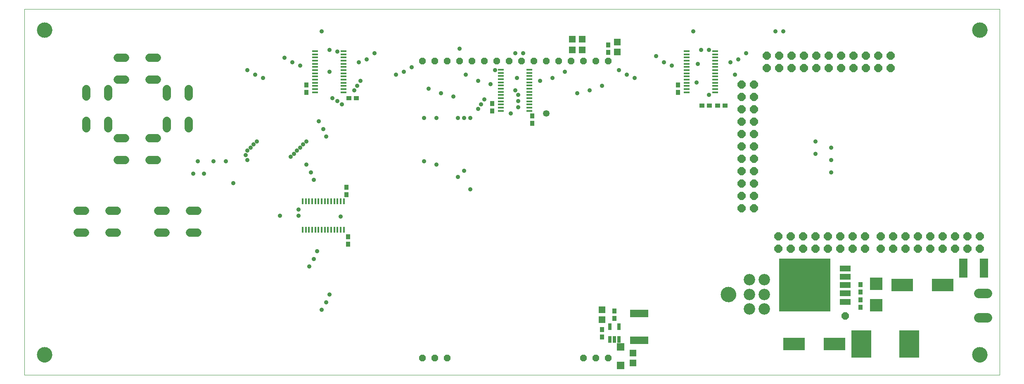
<source format=gbs>
G75*
G70*
%OFA0B0*%
%FSLAX24Y24*%
%IPPOS*%
%LPD*%
%AMOC8*
5,1,8,0,0,1.08239X$1,22.5*
%
%ADD10C,0.0000*%
%ADD11C,0.1241*%
%ADD12OC8,0.0651*%
%ADD13R,0.0277X0.0532*%
%ADD14OC8,0.0532*%
%ADD15R,0.0375X0.0414*%
%ADD16R,0.0572X0.0532*%
%ADD17R,0.0611X0.0611*%
%ADD18R,0.1462X0.0611*%
%ADD19C,0.0765*%
%ADD20R,0.0450X0.0180*%
%ADD21R,0.0414X0.0375*%
%ADD22R,0.0532X0.0572*%
%ADD23C,0.0920*%
%ADD24R,0.0180X0.0450*%
%ADD25C,0.0660*%
%ADD26R,0.4158X0.4312*%
%ADD27R,0.0910X0.0480*%
%ADD28R,0.1635X0.2186*%
%ADD29R,0.1005X0.1005*%
%ADD30R,0.1753X0.1044*%
%ADD31R,0.0651X0.1517*%
%ADD32C,0.0350*%
%ADD33C,0.0532*%
%ADD34OC8,0.0591*%
D10*
X000100Y000444D02*
X000100Y030003D01*
X078840Y030003D01*
X078840Y000444D01*
X000100Y000444D01*
X001134Y002069D02*
X001136Y002117D01*
X001142Y002165D01*
X001152Y002212D01*
X001165Y002258D01*
X001183Y002303D01*
X001203Y002347D01*
X001228Y002389D01*
X001256Y002428D01*
X001286Y002465D01*
X001320Y002499D01*
X001357Y002531D01*
X001395Y002560D01*
X001436Y002585D01*
X001479Y002607D01*
X001524Y002625D01*
X001570Y002639D01*
X001617Y002650D01*
X001665Y002657D01*
X001713Y002660D01*
X001761Y002659D01*
X001809Y002654D01*
X001857Y002645D01*
X001903Y002633D01*
X001948Y002616D01*
X001992Y002596D01*
X002034Y002573D01*
X002074Y002546D01*
X002112Y002516D01*
X002147Y002483D01*
X002179Y002447D01*
X002209Y002409D01*
X002235Y002368D01*
X002257Y002325D01*
X002277Y002281D01*
X002292Y002236D01*
X002304Y002189D01*
X002312Y002141D01*
X002316Y002093D01*
X002316Y002045D01*
X002312Y001997D01*
X002304Y001949D01*
X002292Y001902D01*
X002277Y001857D01*
X002257Y001813D01*
X002235Y001770D01*
X002209Y001729D01*
X002179Y001691D01*
X002147Y001655D01*
X002112Y001622D01*
X002074Y001592D01*
X002034Y001565D01*
X001992Y001542D01*
X001948Y001522D01*
X001903Y001505D01*
X001857Y001493D01*
X001809Y001484D01*
X001761Y001479D01*
X001713Y001478D01*
X001665Y001481D01*
X001617Y001488D01*
X001570Y001499D01*
X001524Y001513D01*
X001479Y001531D01*
X001436Y001553D01*
X001395Y001578D01*
X001357Y001607D01*
X001320Y001639D01*
X001286Y001673D01*
X001256Y001710D01*
X001228Y001749D01*
X001203Y001791D01*
X001183Y001835D01*
X001165Y001880D01*
X001152Y001926D01*
X001142Y001973D01*
X001136Y002021D01*
X001134Y002069D01*
X056351Y006944D02*
X056353Y006992D01*
X056359Y007040D01*
X056369Y007087D01*
X056382Y007133D01*
X056400Y007178D01*
X056420Y007222D01*
X056445Y007264D01*
X056473Y007303D01*
X056503Y007340D01*
X056537Y007374D01*
X056574Y007406D01*
X056612Y007435D01*
X056653Y007460D01*
X056696Y007482D01*
X056741Y007500D01*
X056787Y007514D01*
X056834Y007525D01*
X056882Y007532D01*
X056930Y007535D01*
X056978Y007534D01*
X057026Y007529D01*
X057074Y007520D01*
X057120Y007508D01*
X057165Y007491D01*
X057209Y007471D01*
X057251Y007448D01*
X057291Y007421D01*
X057329Y007391D01*
X057364Y007358D01*
X057396Y007322D01*
X057426Y007284D01*
X057452Y007243D01*
X057474Y007200D01*
X057494Y007156D01*
X057509Y007111D01*
X057521Y007064D01*
X057529Y007016D01*
X057533Y006968D01*
X057533Y006920D01*
X057529Y006872D01*
X057521Y006824D01*
X057509Y006777D01*
X057494Y006732D01*
X057474Y006688D01*
X057452Y006645D01*
X057426Y006604D01*
X057396Y006566D01*
X057364Y006530D01*
X057329Y006497D01*
X057291Y006467D01*
X057251Y006440D01*
X057209Y006417D01*
X057165Y006397D01*
X057120Y006380D01*
X057074Y006368D01*
X057026Y006359D01*
X056978Y006354D01*
X056930Y006353D01*
X056882Y006356D01*
X056834Y006363D01*
X056787Y006374D01*
X056741Y006388D01*
X056696Y006406D01*
X056653Y006428D01*
X056612Y006453D01*
X056574Y006482D01*
X056537Y006514D01*
X056503Y006548D01*
X056473Y006585D01*
X056445Y006624D01*
X056420Y006666D01*
X056400Y006710D01*
X056382Y006755D01*
X056369Y006801D01*
X056359Y006848D01*
X056353Y006896D01*
X056351Y006944D01*
X076634Y002069D02*
X076636Y002117D01*
X076642Y002165D01*
X076652Y002212D01*
X076665Y002258D01*
X076683Y002303D01*
X076703Y002347D01*
X076728Y002389D01*
X076756Y002428D01*
X076786Y002465D01*
X076820Y002499D01*
X076857Y002531D01*
X076895Y002560D01*
X076936Y002585D01*
X076979Y002607D01*
X077024Y002625D01*
X077070Y002639D01*
X077117Y002650D01*
X077165Y002657D01*
X077213Y002660D01*
X077261Y002659D01*
X077309Y002654D01*
X077357Y002645D01*
X077403Y002633D01*
X077448Y002616D01*
X077492Y002596D01*
X077534Y002573D01*
X077574Y002546D01*
X077612Y002516D01*
X077647Y002483D01*
X077679Y002447D01*
X077709Y002409D01*
X077735Y002368D01*
X077757Y002325D01*
X077777Y002281D01*
X077792Y002236D01*
X077804Y002189D01*
X077812Y002141D01*
X077816Y002093D01*
X077816Y002045D01*
X077812Y001997D01*
X077804Y001949D01*
X077792Y001902D01*
X077777Y001857D01*
X077757Y001813D01*
X077735Y001770D01*
X077709Y001729D01*
X077679Y001691D01*
X077647Y001655D01*
X077612Y001622D01*
X077574Y001592D01*
X077534Y001565D01*
X077492Y001542D01*
X077448Y001522D01*
X077403Y001505D01*
X077357Y001493D01*
X077309Y001484D01*
X077261Y001479D01*
X077213Y001478D01*
X077165Y001481D01*
X077117Y001488D01*
X077070Y001499D01*
X077024Y001513D01*
X076979Y001531D01*
X076936Y001553D01*
X076895Y001578D01*
X076857Y001607D01*
X076820Y001639D01*
X076786Y001673D01*
X076756Y001710D01*
X076728Y001749D01*
X076703Y001791D01*
X076683Y001835D01*
X076665Y001880D01*
X076652Y001926D01*
X076642Y001973D01*
X076636Y002021D01*
X076634Y002069D01*
X076634Y028319D02*
X076636Y028367D01*
X076642Y028415D01*
X076652Y028462D01*
X076665Y028508D01*
X076683Y028553D01*
X076703Y028597D01*
X076728Y028639D01*
X076756Y028678D01*
X076786Y028715D01*
X076820Y028749D01*
X076857Y028781D01*
X076895Y028810D01*
X076936Y028835D01*
X076979Y028857D01*
X077024Y028875D01*
X077070Y028889D01*
X077117Y028900D01*
X077165Y028907D01*
X077213Y028910D01*
X077261Y028909D01*
X077309Y028904D01*
X077357Y028895D01*
X077403Y028883D01*
X077448Y028866D01*
X077492Y028846D01*
X077534Y028823D01*
X077574Y028796D01*
X077612Y028766D01*
X077647Y028733D01*
X077679Y028697D01*
X077709Y028659D01*
X077735Y028618D01*
X077757Y028575D01*
X077777Y028531D01*
X077792Y028486D01*
X077804Y028439D01*
X077812Y028391D01*
X077816Y028343D01*
X077816Y028295D01*
X077812Y028247D01*
X077804Y028199D01*
X077792Y028152D01*
X077777Y028107D01*
X077757Y028063D01*
X077735Y028020D01*
X077709Y027979D01*
X077679Y027941D01*
X077647Y027905D01*
X077612Y027872D01*
X077574Y027842D01*
X077534Y027815D01*
X077492Y027792D01*
X077448Y027772D01*
X077403Y027755D01*
X077357Y027743D01*
X077309Y027734D01*
X077261Y027729D01*
X077213Y027728D01*
X077165Y027731D01*
X077117Y027738D01*
X077070Y027749D01*
X077024Y027763D01*
X076979Y027781D01*
X076936Y027803D01*
X076895Y027828D01*
X076857Y027857D01*
X076820Y027889D01*
X076786Y027923D01*
X076756Y027960D01*
X076728Y027999D01*
X076703Y028041D01*
X076683Y028085D01*
X076665Y028130D01*
X076652Y028176D01*
X076642Y028223D01*
X076636Y028271D01*
X076634Y028319D01*
X001134Y028319D02*
X001136Y028367D01*
X001142Y028415D01*
X001152Y028462D01*
X001165Y028508D01*
X001183Y028553D01*
X001203Y028597D01*
X001228Y028639D01*
X001256Y028678D01*
X001286Y028715D01*
X001320Y028749D01*
X001357Y028781D01*
X001395Y028810D01*
X001436Y028835D01*
X001479Y028857D01*
X001524Y028875D01*
X001570Y028889D01*
X001617Y028900D01*
X001665Y028907D01*
X001713Y028910D01*
X001761Y028909D01*
X001809Y028904D01*
X001857Y028895D01*
X001903Y028883D01*
X001948Y028866D01*
X001992Y028846D01*
X002034Y028823D01*
X002074Y028796D01*
X002112Y028766D01*
X002147Y028733D01*
X002179Y028697D01*
X002209Y028659D01*
X002235Y028618D01*
X002257Y028575D01*
X002277Y028531D01*
X002292Y028486D01*
X002304Y028439D01*
X002312Y028391D01*
X002316Y028343D01*
X002316Y028295D01*
X002312Y028247D01*
X002304Y028199D01*
X002292Y028152D01*
X002277Y028107D01*
X002257Y028063D01*
X002235Y028020D01*
X002209Y027979D01*
X002179Y027941D01*
X002147Y027905D01*
X002112Y027872D01*
X002074Y027842D01*
X002034Y027815D01*
X001992Y027792D01*
X001948Y027772D01*
X001903Y027755D01*
X001857Y027743D01*
X001809Y027734D01*
X001761Y027729D01*
X001713Y027728D01*
X001665Y027731D01*
X001617Y027738D01*
X001570Y027749D01*
X001524Y027763D01*
X001479Y027781D01*
X001436Y027803D01*
X001395Y027828D01*
X001357Y027857D01*
X001320Y027889D01*
X001286Y027923D01*
X001256Y027960D01*
X001228Y027999D01*
X001203Y028041D01*
X001183Y028085D01*
X001165Y028130D01*
X001152Y028176D01*
X001142Y028223D01*
X001136Y028271D01*
X001134Y028319D01*
D11*
X001725Y028319D03*
X056942Y006944D03*
X077225Y002069D03*
X077225Y028319D03*
X001725Y002069D03*
D12*
X057985Y013909D03*
X058985Y013909D03*
X058985Y014909D03*
X057985Y014909D03*
X057985Y015909D03*
X058985Y015909D03*
X058985Y016909D03*
X057985Y016909D03*
X057985Y017909D03*
X058985Y017909D03*
X058985Y018909D03*
X057985Y018909D03*
X057985Y019909D03*
X058985Y019909D03*
X058985Y020909D03*
X057985Y020909D03*
X057985Y021909D03*
X058985Y021909D03*
X058985Y022909D03*
X057985Y022909D03*
X057985Y023909D03*
X058985Y023909D03*
X060023Y025246D03*
X061023Y025246D03*
X062023Y025246D03*
X063023Y025246D03*
X064023Y025246D03*
X065023Y025246D03*
X066023Y025246D03*
X067023Y025246D03*
X068023Y025246D03*
X069023Y025246D03*
X070023Y025246D03*
X070023Y026246D03*
X069023Y026246D03*
X068023Y026246D03*
X067023Y026246D03*
X066023Y026246D03*
X065023Y026246D03*
X064023Y026246D03*
X063023Y026246D03*
X062023Y026246D03*
X061023Y026246D03*
X060023Y026246D03*
X060979Y011632D03*
X061979Y011632D03*
X062979Y011632D03*
X063979Y011632D03*
X064979Y011632D03*
X065979Y011632D03*
X066979Y011632D03*
X067979Y011632D03*
X069235Y011634D03*
X070235Y011634D03*
X071235Y011634D03*
X072235Y011634D03*
X073235Y011634D03*
X074235Y011634D03*
X075235Y011634D03*
X076235Y011634D03*
X077235Y011634D03*
X077235Y010634D03*
X076235Y010634D03*
X075235Y010634D03*
X074235Y010634D03*
X073235Y010634D03*
X072235Y010634D03*
X071235Y010634D03*
X070235Y010634D03*
X069235Y010634D03*
X067979Y010632D03*
X066979Y010632D03*
X065979Y010632D03*
X064979Y010632D03*
X063979Y010632D03*
X062979Y010632D03*
X061979Y010632D03*
X060979Y010632D03*
D13*
X048099Y004331D03*
X047351Y004331D03*
X047351Y003307D03*
X047725Y003307D03*
X048099Y003307D03*
D14*
X047225Y001819D03*
X046225Y001819D03*
X045225Y001819D03*
X034225Y001819D03*
X033225Y001819D03*
X032225Y001819D03*
X032225Y025819D03*
X033225Y025819D03*
X034225Y025819D03*
X035225Y025819D03*
X036225Y025819D03*
X037225Y025819D03*
X038225Y025819D03*
X039225Y025819D03*
X040225Y025819D03*
X041225Y025819D03*
X042225Y025819D03*
X043225Y025819D03*
X044225Y025819D03*
X045225Y025819D03*
X046225Y025819D03*
X047225Y025819D03*
D15*
X047225Y026519D03*
X047225Y027119D03*
X052850Y023869D03*
X052850Y023269D03*
X041100Y021369D03*
X041100Y020769D03*
X037850Y021769D03*
X037850Y022369D03*
X022850Y023269D03*
X022850Y023869D03*
X026100Y015619D03*
X026100Y015019D03*
X026225Y011619D03*
X026225Y011019D03*
X046725Y004119D03*
X046725Y003519D03*
X047725Y005019D03*
X047725Y005619D03*
X067600Y005894D03*
X067600Y006494D03*
X067600Y007144D03*
X067600Y007744D03*
D16*
X049225Y002219D03*
X049225Y001419D03*
X046725Y004919D03*
X046725Y005719D03*
X047975Y026544D03*
X047975Y027344D03*
D17*
X048225Y002692D03*
X048225Y001196D03*
D18*
X049725Y003244D03*
X049725Y005394D03*
D19*
X077123Y005085D02*
X077828Y005085D01*
X077828Y007053D02*
X077123Y007053D01*
D20*
X040874Y021780D03*
X040874Y022036D03*
X040874Y022292D03*
X040874Y022548D03*
X040874Y022804D03*
X040874Y023060D03*
X040874Y023316D03*
X040874Y023572D03*
X040874Y023828D03*
X040874Y024084D03*
X040874Y024340D03*
X040874Y024595D03*
X040874Y024851D03*
X040874Y025107D03*
X038576Y025107D03*
X038576Y024851D03*
X038576Y024595D03*
X038576Y024340D03*
X038576Y024084D03*
X038576Y023828D03*
X038576Y023572D03*
X038576Y023316D03*
X038576Y023060D03*
X038576Y022804D03*
X038576Y022548D03*
X038576Y022292D03*
X038576Y022036D03*
X038576Y021780D03*
X025874Y023280D03*
X025874Y023536D03*
X025874Y023792D03*
X025874Y024048D03*
X025874Y024304D03*
X025874Y024560D03*
X025874Y024816D03*
X025874Y025072D03*
X025874Y025328D03*
X025874Y025584D03*
X025874Y025840D03*
X025874Y026095D03*
X025874Y026351D03*
X025874Y026607D03*
X023576Y026607D03*
X023576Y026351D03*
X023576Y026095D03*
X023576Y025840D03*
X023576Y025584D03*
X023576Y025328D03*
X023576Y025072D03*
X023576Y024816D03*
X023576Y024560D03*
X023576Y024304D03*
X023576Y024048D03*
X023576Y023792D03*
X023576Y023536D03*
X023576Y023280D03*
X053576Y023280D03*
X053576Y023536D03*
X053576Y023792D03*
X053576Y024048D03*
X053576Y024304D03*
X053576Y024560D03*
X053576Y024816D03*
X053576Y025072D03*
X053576Y025328D03*
X053576Y025584D03*
X053576Y025840D03*
X053576Y026095D03*
X053576Y026351D03*
X053576Y026607D03*
X055874Y026607D03*
X055874Y026351D03*
X055874Y026095D03*
X055874Y025840D03*
X055874Y025584D03*
X055874Y025328D03*
X055874Y025072D03*
X055874Y024816D03*
X055874Y024560D03*
X055874Y024304D03*
X055874Y024048D03*
X055874Y023792D03*
X055874Y023536D03*
X055874Y023280D03*
D21*
X056050Y022194D03*
X056650Y022194D03*
X055400Y022194D03*
X054800Y022194D03*
X026900Y022819D03*
X026300Y022819D03*
D22*
X044325Y026694D03*
X045125Y026694D03*
X045125Y027569D03*
X044325Y027569D03*
D23*
X058634Y008125D03*
X059816Y008125D03*
X059816Y006944D03*
X058634Y006944D03*
X058634Y005763D03*
X059816Y005763D03*
D24*
X025888Y012170D03*
X025632Y012170D03*
X025377Y012170D03*
X025121Y012170D03*
X024865Y012170D03*
X024609Y012170D03*
X024353Y012170D03*
X024097Y012170D03*
X023841Y012170D03*
X023585Y012170D03*
X023329Y012170D03*
X023073Y012170D03*
X022818Y012170D03*
X022562Y012170D03*
X022562Y014468D03*
X022818Y014468D03*
X023073Y014468D03*
X023329Y014468D03*
X023585Y014468D03*
X023841Y014468D03*
X024097Y014468D03*
X024353Y014468D03*
X024609Y014468D03*
X024865Y014468D03*
X025121Y014468D03*
X025377Y014468D03*
X025632Y014468D03*
X025888Y014468D03*
D25*
X014055Y013709D02*
X013455Y013709D01*
X011495Y013709D02*
X010895Y013709D01*
X007555Y013709D02*
X006955Y013709D01*
X004995Y013709D02*
X004395Y013709D01*
X004395Y011929D02*
X004995Y011929D01*
X006955Y011929D02*
X007555Y011929D01*
X010895Y011929D02*
X011495Y011929D01*
X013455Y011929D02*
X014055Y011929D01*
X010805Y017804D02*
X010205Y017804D01*
X008245Y017804D02*
X007645Y017804D01*
X007645Y019584D02*
X008245Y019584D01*
X006865Y020364D02*
X006865Y020964D01*
X005085Y020964D02*
X005085Y020364D01*
X010205Y019584D02*
X010805Y019584D01*
X011585Y020364D02*
X011585Y020964D01*
X013365Y020964D02*
X013365Y020364D01*
X013365Y022924D02*
X013365Y023524D01*
X011585Y023524D02*
X011585Y022924D01*
X010805Y024304D02*
X010205Y024304D01*
X008245Y024304D02*
X007645Y024304D01*
X006865Y023524D02*
X006865Y022924D01*
X005085Y022924D02*
X005085Y023524D01*
X007645Y026084D02*
X008245Y026084D01*
X010205Y026084D02*
X010805Y026084D01*
D26*
X063100Y007694D03*
D27*
X066380Y007694D03*
X066380Y008364D03*
X066380Y009034D03*
X066380Y007024D03*
X066380Y006354D03*
D28*
X067671Y002944D03*
X071529Y002944D03*
D29*
X068850Y006078D03*
X068850Y007810D03*
D30*
X070966Y007694D03*
X074234Y007694D03*
X065484Y002944D03*
X062216Y002944D03*
D31*
X075898Y009069D03*
X077552Y009069D03*
D32*
X065225Y016819D03*
X065225Y017819D03*
X063975Y018319D03*
X065225Y018819D03*
X063975Y019319D03*
X055350Y023069D03*
X054350Y024069D03*
X057475Y024694D03*
X057100Y025694D03*
X057725Y025944D03*
X058350Y026444D03*
X055350Y026694D03*
X054725Y026694D03*
X054475Y025569D03*
X052350Y025444D03*
X051725Y025694D03*
X051100Y026194D03*
X048100Y025069D03*
X048725Y024694D03*
X049350Y024444D03*
X046725Y023819D03*
X045725Y023444D03*
X044725Y023194D03*
X041725Y024194D03*
X042725Y024444D03*
X043725Y024944D03*
X040350Y026444D03*
X039725Y026444D03*
X038100Y025069D03*
X039850Y024444D03*
X037725Y023944D03*
X036725Y024194D03*
X035725Y024694D03*
X032725Y023569D03*
X033725Y023194D03*
X034725Y022944D03*
X036975Y022319D03*
X037225Y022694D03*
X036725Y021944D03*
X036100Y021194D03*
X035600Y021194D03*
X035100Y021194D03*
X033350Y021194D03*
X032350Y021194D03*
X026725Y023444D03*
X026975Y023819D03*
X027225Y024194D03*
X024725Y024944D03*
X022350Y025444D03*
X021725Y025694D03*
X021100Y026069D03*
X018100Y025069D03*
X018725Y024694D03*
X019350Y024444D03*
X024725Y026694D03*
X025350Y026569D03*
X027725Y025944D03*
X027100Y025694D03*
X028350Y026444D03*
X031350Y025319D03*
X030725Y024944D03*
X030100Y024694D03*
X024975Y022819D03*
X025350Y022569D03*
X025725Y022319D03*
X023850Y020944D03*
X024225Y020319D03*
X024475Y019694D03*
X022850Y019319D03*
X022600Y019069D03*
X022350Y018819D03*
X022100Y018569D03*
X021850Y018319D03*
X021600Y018069D03*
X022850Y017444D03*
X023225Y016819D03*
X023475Y016194D03*
X018100Y017819D03*
X017975Y018194D03*
X018100Y018569D03*
X018350Y018819D03*
X018600Y019069D03*
X018850Y019319D03*
X016350Y017694D03*
X015350Y017694D03*
X014100Y017694D03*
X013725Y016694D03*
X014600Y016694D03*
X016975Y015944D03*
X022225Y013819D03*
X022225Y013319D03*
X020725Y013319D03*
X025632Y013226D03*
X023725Y010444D03*
X023475Y009819D03*
X023100Y009194D03*
X024725Y006944D03*
X024475Y006319D03*
X024100Y005694D03*
X036100Y015444D03*
X035100Y016444D03*
X035600Y016944D03*
X033350Y017444D03*
X032350Y017694D03*
X039350Y021569D03*
X039975Y022069D03*
X039975Y022569D03*
X039975Y023069D03*
X039725Y023444D03*
X035225Y026819D03*
X024100Y028194D03*
X054100Y028194D03*
X060725Y028194D03*
X061350Y028194D03*
D33*
X042225Y021569D03*
D34*
X066350Y005194D03*
M02*

</source>
